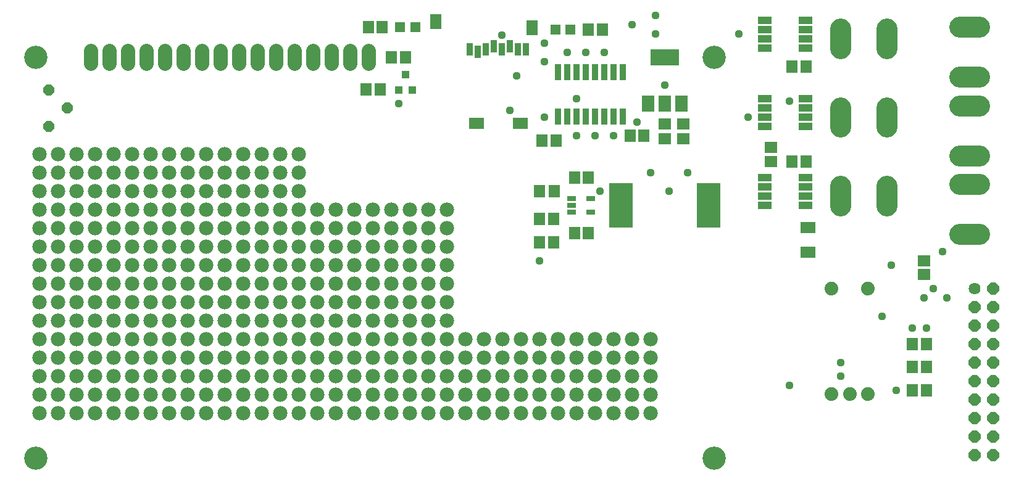
<source format=gts>
G75*
G70*
%OFA0B0*%
%FSLAX24Y24*%
%IPPOS*%
%LPD*%
%AMOC8*
5,1,8,0,0,1.08239X$1,22.5*
%
%ADD10C,0.0780*%
%ADD11C,0.1261*%
%ADD12C,0.0740*%
%ADD13R,0.0592X0.0710*%
%ADD14OC8,0.0600*%
%ADD15R,0.0395X0.0434*%
%ADD16C,0.0640*%
%ADD17OC8,0.0640*%
%ADD18R,0.0670X0.0870*%
%ADD19R,0.1580X0.0870*%
%ADD20R,0.0710X0.0592*%
%ADD21R,0.0340X0.0880*%
%ADD22R,0.0552X0.0552*%
%ADD23R,0.0502X0.0276*%
%ADD24R,0.0789X0.0631*%
%ADD25C,0.1130*%
%ADD26R,0.0780X0.0440*%
%ADD27R,0.1261X0.2442*%
%ADD28R,0.0356X0.0671*%
%ADD29R,0.0631X0.0828*%
%ADD30C,0.0437*%
%ADD31C,0.0780*%
D10*
X005178Y024583D02*
X005178Y025283D01*
X006178Y025283D02*
X006178Y024583D01*
X007178Y024583D02*
X007178Y025283D01*
X008178Y025283D02*
X008178Y024583D01*
X009178Y024583D02*
X009178Y025283D01*
X010178Y025283D02*
X010178Y024583D01*
X011178Y024583D02*
X011178Y025283D01*
X012178Y025283D02*
X012178Y024583D01*
X013178Y024583D02*
X013178Y025283D01*
X014178Y025283D02*
X014178Y024583D01*
X015178Y024583D02*
X015178Y025283D01*
X016178Y025283D02*
X016178Y024583D01*
X017178Y024583D02*
X017178Y025283D01*
X018178Y025283D02*
X018178Y024583D01*
X019178Y024583D02*
X019178Y025283D01*
X020178Y025283D02*
X020178Y024583D01*
D11*
X002230Y003275D03*
X038845Y003275D03*
X038840Y024930D03*
X002230Y024930D03*
D12*
X045196Y012436D03*
X047164Y012436D03*
X047164Y006727D03*
X046180Y006727D03*
X045196Y006727D03*
D13*
X049556Y006930D03*
X050304Y006930D03*
X050304Y008180D03*
X049556Y008180D03*
X049556Y009430D03*
X050304Y009430D03*
X032054Y015430D03*
X031306Y015430D03*
X030179Y014930D03*
X029431Y014930D03*
X029431Y016180D03*
X030179Y016180D03*
X030199Y017680D03*
X029411Y017680D03*
X031306Y018430D03*
X032054Y018430D03*
X030324Y020430D03*
X029536Y020430D03*
X034306Y020680D03*
X035054Y020680D03*
X043036Y019305D03*
X043824Y019305D03*
X043824Y024430D03*
X043036Y024430D03*
X032804Y026430D03*
X032056Y026430D03*
X022179Y024930D03*
X021431Y024930D03*
X020929Y026555D03*
X020181Y026555D03*
X020056Y023180D03*
X020804Y023180D03*
D14*
X003930Y022180D03*
X002930Y021190D03*
X002930Y023170D03*
D15*
X021806Y023161D03*
X022554Y023161D03*
X022180Y023988D03*
D16*
X052930Y012430D03*
D17*
X053930Y012430D03*
X053930Y011430D03*
X052930Y011430D03*
X052930Y010430D03*
X053930Y010430D03*
X053930Y009430D03*
X052930Y009430D03*
X052930Y008430D03*
X053930Y008430D03*
X053930Y007430D03*
X052930Y007430D03*
X052930Y006430D03*
X053930Y006430D03*
X053930Y005430D03*
X052930Y005430D03*
X052930Y004430D03*
X053930Y004430D03*
X053930Y003430D03*
X052930Y003430D03*
D18*
X037090Y022440D03*
X036190Y022440D03*
X035290Y022440D03*
D19*
X036180Y024920D03*
D20*
X036180Y021324D03*
X037180Y021324D03*
X037180Y020536D03*
X036180Y020536D03*
X041930Y020054D03*
X041930Y019306D03*
X050180Y013929D03*
X050180Y013181D03*
D21*
X033930Y021720D03*
X033430Y021720D03*
X032930Y021720D03*
X032430Y021720D03*
X031930Y021720D03*
X031430Y021720D03*
X030930Y021720D03*
X030430Y021720D03*
X030430Y024140D03*
X030930Y024140D03*
X031430Y024140D03*
X031930Y024140D03*
X032430Y024140D03*
X032930Y024140D03*
X033430Y024140D03*
X033930Y024140D03*
D22*
X031093Y026430D03*
X030267Y026430D03*
X022718Y026555D03*
X021892Y026555D03*
D23*
X031163Y017304D03*
X031163Y016930D03*
X031163Y016556D03*
X032197Y016556D03*
X032197Y017304D03*
D24*
X028393Y021353D03*
X026030Y021353D03*
X043930Y015724D03*
X043930Y014386D03*
D25*
X045680Y016905D02*
X045680Y017955D01*
X048180Y017955D02*
X048180Y016905D01*
X052130Y018050D02*
X053180Y018050D01*
X053180Y019600D02*
X052130Y019600D01*
X048180Y021155D02*
X048180Y022205D01*
X045680Y022205D02*
X045680Y021155D01*
X052130Y022300D02*
X053180Y022300D01*
X053180Y023850D02*
X052130Y023850D01*
X048180Y025405D02*
X048180Y026455D01*
X045680Y026455D02*
X045680Y025405D01*
X052130Y026550D02*
X053180Y026550D01*
X053180Y015350D02*
X052130Y015350D01*
D26*
X043780Y016930D03*
X043780Y017430D03*
X043780Y017930D03*
X043780Y018430D03*
X041580Y018430D03*
X041580Y017930D03*
X041580Y017430D03*
X041580Y016930D03*
X041580Y021180D03*
X041580Y021680D03*
X041580Y022180D03*
X041580Y022680D03*
X043780Y022680D03*
X043780Y022180D03*
X043780Y021680D03*
X043780Y021180D03*
X043780Y025430D03*
X043780Y025930D03*
X043780Y026430D03*
X043780Y026930D03*
X041580Y026930D03*
X041580Y026430D03*
X041580Y025930D03*
X041580Y025430D03*
D27*
X038542Y016930D03*
X033818Y016930D03*
D28*
X026070Y025211D03*
X026503Y025369D03*
X026936Y025526D03*
X027369Y025369D03*
X027802Y025526D03*
X028235Y025369D03*
X028668Y025369D03*
X025637Y025369D03*
D29*
X023826Y026865D03*
X029023Y026511D03*
D30*
X029680Y025680D03*
X030930Y025180D03*
X031930Y025180D03*
X032930Y025180D03*
X034430Y026680D03*
X035680Y026180D03*
X035680Y027180D03*
X040180Y026180D03*
X036180Y023430D03*
X034680Y021430D03*
X033430Y020680D03*
X032430Y020680D03*
X031430Y020680D03*
X029680Y021680D03*
X027805Y022055D03*
X028180Y023930D03*
X029680Y024680D03*
X027369Y026119D03*
X031430Y022680D03*
X035430Y018680D03*
X036430Y017680D03*
X037430Y018680D03*
X032680Y017680D03*
X029430Y013930D03*
X042930Y007180D03*
X045680Y007680D03*
X045680Y008430D03*
X048680Y006930D03*
X049556Y010304D03*
X050304Y010304D03*
X050180Y011930D03*
X050680Y012430D03*
X051430Y011930D03*
X048430Y013680D03*
X051180Y014430D03*
X047930Y010930D03*
X040680Y021680D03*
X042930Y022555D03*
X021805Y022430D03*
D31*
X016430Y019680D03*
X015430Y019680D03*
X014430Y019680D03*
X013430Y019680D03*
X012430Y019680D03*
X011430Y019680D03*
X010430Y019680D03*
X009430Y019680D03*
X008430Y019680D03*
X007430Y019680D03*
X006430Y019680D03*
X005430Y019680D03*
X004430Y019680D03*
X003430Y019680D03*
X002430Y019680D03*
X002430Y018680D03*
X003430Y018680D03*
X004430Y018680D03*
X005430Y018680D03*
X006430Y018680D03*
X007430Y018680D03*
X008430Y018680D03*
X009430Y018680D03*
X010430Y018680D03*
X011430Y018680D03*
X012430Y018680D03*
X013430Y018680D03*
X014430Y018680D03*
X015430Y018680D03*
X016430Y018680D03*
X016430Y017680D03*
X015430Y017680D03*
X014430Y017680D03*
X013430Y017680D03*
X012430Y017680D03*
X011430Y017680D03*
X010430Y017680D03*
X009430Y017680D03*
X008430Y017680D03*
X007430Y017680D03*
X006430Y017680D03*
X005430Y017680D03*
X004430Y017680D03*
X003430Y017680D03*
X002430Y017680D03*
X002430Y016680D03*
X003430Y016680D03*
X004430Y016680D03*
X005430Y016680D03*
X006430Y016680D03*
X007430Y016680D03*
X008430Y016680D03*
X009430Y016680D03*
X010430Y016680D03*
X011430Y016680D03*
X012430Y016680D03*
X013430Y016680D03*
X014430Y016680D03*
X015430Y016680D03*
X016430Y016680D03*
X017430Y016680D03*
X018430Y016680D03*
X019430Y016680D03*
X020430Y016680D03*
X021430Y016680D03*
X022430Y016680D03*
X023430Y016680D03*
X024430Y016680D03*
X024430Y015680D03*
X023430Y015680D03*
X022430Y015680D03*
X021430Y015680D03*
X020430Y015680D03*
X019430Y015680D03*
X018430Y015680D03*
X017430Y015680D03*
X016430Y015680D03*
X015430Y015680D03*
X014430Y015680D03*
X013430Y015680D03*
X012430Y015680D03*
X011430Y015680D03*
X010430Y015680D03*
X009430Y015680D03*
X008430Y015680D03*
X007430Y015680D03*
X006430Y015680D03*
X005430Y015680D03*
X004430Y015680D03*
X003430Y015680D03*
X002430Y015680D03*
X002430Y014680D03*
X003430Y014680D03*
X004430Y014680D03*
X005430Y014680D03*
X006430Y014680D03*
X007430Y014680D03*
X008430Y014680D03*
X009430Y014680D03*
X010430Y014680D03*
X011430Y014680D03*
X012430Y014680D03*
X013430Y014680D03*
X014430Y014680D03*
X015430Y014680D03*
X016430Y014680D03*
X017430Y014680D03*
X018430Y014680D03*
X019430Y014680D03*
X020430Y014680D03*
X021430Y014680D03*
X022430Y014680D03*
X023430Y014680D03*
X024430Y014680D03*
X024430Y013680D03*
X023430Y013680D03*
X022430Y013680D03*
X021430Y013680D03*
X020430Y013680D03*
X019430Y013680D03*
X018430Y013680D03*
X017430Y013680D03*
X016430Y013680D03*
X015430Y013680D03*
X014430Y013680D03*
X013430Y013680D03*
X012430Y013680D03*
X011430Y013680D03*
X010430Y013680D03*
X009430Y013680D03*
X008430Y013680D03*
X007430Y013680D03*
X006430Y013680D03*
X005430Y013680D03*
X004430Y013680D03*
X003430Y013680D03*
X002430Y013680D03*
X002430Y012680D03*
X003430Y012680D03*
X004430Y012680D03*
X005430Y012680D03*
X006430Y012680D03*
X007430Y012680D03*
X008430Y012680D03*
X009430Y012680D03*
X010430Y012680D03*
X011430Y012680D03*
X012430Y012680D03*
X013430Y012680D03*
X014430Y012680D03*
X015430Y012680D03*
X016430Y012680D03*
X017430Y012680D03*
X018430Y012680D03*
X019430Y012680D03*
X020430Y012680D03*
X021430Y012680D03*
X022430Y012680D03*
X023430Y012680D03*
X024430Y012680D03*
X024430Y011680D03*
X023430Y011680D03*
X022430Y011680D03*
X021430Y011680D03*
X020430Y011680D03*
X019430Y011680D03*
X018430Y011680D03*
X017430Y011680D03*
X016430Y011680D03*
X015430Y011680D03*
X014430Y011680D03*
X013430Y011680D03*
X012430Y011680D03*
X011430Y011680D03*
X010430Y011680D03*
X009430Y011680D03*
X008430Y011680D03*
X007430Y011680D03*
X006430Y011680D03*
X005430Y011680D03*
X004430Y011680D03*
X003430Y011680D03*
X002430Y011680D03*
X002430Y010680D03*
X003430Y010680D03*
X004430Y010680D03*
X005430Y010680D03*
X006430Y010680D03*
X007430Y010680D03*
X008430Y010680D03*
X009430Y010680D03*
X010430Y010680D03*
X011430Y010680D03*
X012430Y010680D03*
X013430Y010680D03*
X014430Y010680D03*
X015430Y010680D03*
X016430Y010680D03*
X017430Y010680D03*
X018430Y010680D03*
X019430Y010680D03*
X020430Y010680D03*
X021430Y010680D03*
X022430Y010680D03*
X023430Y010680D03*
X024430Y010680D03*
X024430Y009680D03*
X023430Y009680D03*
X022430Y009680D03*
X021430Y009680D03*
X020430Y009680D03*
X019430Y009680D03*
X018430Y009680D03*
X017430Y009680D03*
X016430Y009680D03*
X015430Y009680D03*
X014430Y009680D03*
X013430Y009680D03*
X012430Y009680D03*
X011430Y009680D03*
X010430Y009680D03*
X009430Y009680D03*
X008430Y009680D03*
X007430Y009680D03*
X006430Y009680D03*
X005430Y009680D03*
X004430Y009680D03*
X003430Y009680D03*
X002430Y009680D03*
X002430Y008680D03*
X003430Y008680D03*
X004430Y008680D03*
X005430Y008680D03*
X006430Y008680D03*
X007430Y008680D03*
X008430Y008680D03*
X009430Y008680D03*
X010430Y008680D03*
X011430Y008680D03*
X012430Y008680D03*
X013430Y008680D03*
X014430Y008680D03*
X015430Y008680D03*
X016430Y008680D03*
X017430Y008680D03*
X018430Y008680D03*
X019430Y008680D03*
X020430Y008680D03*
X021430Y008680D03*
X022430Y008680D03*
X023430Y008680D03*
X024430Y008680D03*
X025430Y008680D03*
X026430Y008680D03*
X027430Y008680D03*
X028430Y008680D03*
X029430Y008680D03*
X030430Y008680D03*
X031430Y008680D03*
X032430Y008680D03*
X033430Y008680D03*
X034430Y008680D03*
X035430Y008680D03*
X035430Y007680D03*
X034430Y007680D03*
X033430Y007680D03*
X032430Y007680D03*
X031430Y007680D03*
X030430Y007680D03*
X029430Y007680D03*
X028430Y007680D03*
X027430Y007680D03*
X026430Y007680D03*
X025430Y007680D03*
X024430Y007680D03*
X023430Y007680D03*
X022430Y007680D03*
X021430Y007680D03*
X020430Y007680D03*
X019430Y007680D03*
X018430Y007680D03*
X017430Y007680D03*
X016430Y007680D03*
X015430Y007680D03*
X014430Y007680D03*
X013430Y007680D03*
X012430Y007680D03*
X011430Y007680D03*
X010430Y007680D03*
X009430Y007680D03*
X008430Y007680D03*
X007430Y007680D03*
X006430Y007680D03*
X005430Y007680D03*
X004430Y007680D03*
X003430Y007680D03*
X002430Y007680D03*
X002430Y006680D03*
X003430Y006680D03*
X004430Y006680D03*
X005430Y006680D03*
X006430Y006680D03*
X007430Y006680D03*
X008430Y006680D03*
X009430Y006680D03*
X010430Y006680D03*
X011430Y006680D03*
X012430Y006680D03*
X013430Y006680D03*
X014430Y006680D03*
X015430Y006680D03*
X016430Y006680D03*
X017430Y006680D03*
X018430Y006680D03*
X019430Y006680D03*
X020430Y006680D03*
X021430Y006680D03*
X022430Y006680D03*
X023430Y006680D03*
X024430Y006680D03*
X025430Y006680D03*
X026430Y006680D03*
X027430Y006680D03*
X028430Y006680D03*
X029430Y006680D03*
X030430Y006680D03*
X031430Y006680D03*
X032430Y006680D03*
X033430Y006680D03*
X034430Y006680D03*
X035430Y006680D03*
X035430Y005680D03*
X034430Y005680D03*
X033430Y005680D03*
X032430Y005680D03*
X031430Y005680D03*
X030430Y005680D03*
X029430Y005680D03*
X028430Y005680D03*
X027430Y005680D03*
X026430Y005680D03*
X025430Y005680D03*
X024430Y005680D03*
X023430Y005680D03*
X022430Y005680D03*
X021430Y005680D03*
X020430Y005680D03*
X019430Y005680D03*
X018430Y005680D03*
X017430Y005680D03*
X016430Y005680D03*
X015430Y005680D03*
X014430Y005680D03*
X013430Y005680D03*
X012430Y005680D03*
X011430Y005680D03*
X010430Y005680D03*
X009430Y005680D03*
X008430Y005680D03*
X007430Y005680D03*
X006430Y005680D03*
X005430Y005680D03*
X004430Y005680D03*
X003430Y005680D03*
X002430Y005680D03*
X025430Y009680D03*
X026430Y009680D03*
X027430Y009680D03*
X028430Y009680D03*
X029430Y009680D03*
X030430Y009680D03*
X031430Y009680D03*
X032430Y009680D03*
X033430Y009680D03*
X034430Y009680D03*
X035430Y009680D03*
M02*

</source>
